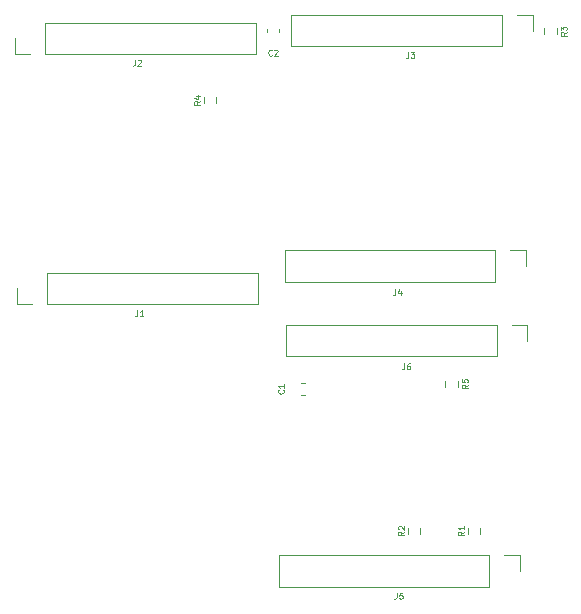
<source format=gbr>
%TF.GenerationSoftware,KiCad,Pcbnew,(5.1.10)-1*%
%TF.CreationDate,2022-11-26T16:24:08-06:00*%
%TF.ProjectId,perovskite_routing_board,7065726f-7673-46b6-9974-655f726f7574,A*%
%TF.SameCoordinates,Original*%
%TF.FileFunction,Legend,Top*%
%TF.FilePolarity,Positive*%
%FSLAX46Y46*%
G04 Gerber Fmt 4.6, Leading zero omitted, Abs format (unit mm)*
G04 Created by KiCad (PCBNEW (5.1.10)-1) date 2022-11-26 16:24:08*
%MOMM*%
%LPD*%
G01*
G04 APERTURE LIST*
%ADD10C,0.120000*%
%ADD11C,0.100000*%
G04 APERTURE END LIST*
D10*
%TO.C,C2*%
X145163000Y-78916920D02*
X145163000Y-79198080D01*
X144143000Y-78916920D02*
X144143000Y-79198080D01*
%TO.C,C1*%
X147052420Y-108900500D02*
X147333580Y-108900500D01*
X147052420Y-109920500D02*
X147333580Y-109920500D01*
%TO.C,R5*%
X160288500Y-109203258D02*
X160288500Y-108728742D01*
X159243500Y-109203258D02*
X159243500Y-108728742D01*
%TO.C,R4*%
X139841500Y-85200258D02*
X139841500Y-84725742D01*
X138796500Y-85200258D02*
X138796500Y-84725742D01*
%TO.C,R3*%
X168670500Y-79358258D02*
X168670500Y-78883742D01*
X167625500Y-79358258D02*
X167625500Y-78883742D01*
%TO.C,J5*%
X145126400Y-123485600D02*
X145126400Y-126145600D01*
X162966400Y-123485600D02*
X145126400Y-123485600D01*
X162966400Y-126145600D02*
X145126400Y-126145600D01*
X162966400Y-123485600D02*
X162966400Y-126145600D01*
X164236400Y-123485600D02*
X165566400Y-123485600D01*
X165566400Y-123485600D02*
X165566400Y-124815600D01*
%TO.C,J4*%
X166074400Y-97679200D02*
X166074400Y-99009200D01*
X164744400Y-97679200D02*
X166074400Y-97679200D01*
X163474400Y-97679200D02*
X163474400Y-100339200D01*
X163474400Y-100339200D02*
X145634400Y-100339200D01*
X163474400Y-97679200D02*
X145634400Y-97679200D01*
X145634400Y-97679200D02*
X145634400Y-100339200D01*
%TO.C,J2*%
X122774400Y-81060600D02*
X122774400Y-79730600D01*
X124104400Y-81060600D02*
X122774400Y-81060600D01*
X125374400Y-81060600D02*
X125374400Y-78400600D01*
X125374400Y-78400600D02*
X143214400Y-78400600D01*
X125374400Y-81060600D02*
X143214400Y-81060600D01*
X143214400Y-81060600D02*
X143214400Y-78400600D01*
%TO.C,J3*%
X146193200Y-77740200D02*
X146193200Y-80400200D01*
X164033200Y-77740200D02*
X146193200Y-77740200D01*
X164033200Y-80400200D02*
X146193200Y-80400200D01*
X164033200Y-77740200D02*
X164033200Y-80400200D01*
X165303200Y-77740200D02*
X166633200Y-77740200D01*
X166633200Y-77740200D02*
X166633200Y-79070200D01*
%TO.C,J6*%
X166201400Y-103978400D02*
X166201400Y-105308400D01*
X164871400Y-103978400D02*
X166201400Y-103978400D01*
X163601400Y-103978400D02*
X163601400Y-106638400D01*
X163601400Y-106638400D02*
X145761400Y-106638400D01*
X163601400Y-103978400D02*
X145761400Y-103978400D01*
X145761400Y-103978400D02*
X145761400Y-106638400D01*
%TO.C,J1*%
X122939500Y-102231500D02*
X122939500Y-100901500D01*
X124269500Y-102231500D02*
X122939500Y-102231500D01*
X125539500Y-102231500D02*
X125539500Y-99571500D01*
X125539500Y-99571500D02*
X143379500Y-99571500D01*
X125539500Y-102231500D02*
X143379500Y-102231500D01*
X143379500Y-102231500D02*
X143379500Y-99571500D01*
%TO.C,R1*%
X161148500Y-121174742D02*
X161148500Y-121649258D01*
X162193500Y-121174742D02*
X162193500Y-121649258D01*
%TO.C,R2*%
X156068500Y-121174742D02*
X156068500Y-121649258D01*
X157113500Y-121174742D02*
X157113500Y-121649258D01*
%TO.C,C2*%
D11*
X144569666Y-81141071D02*
X144545857Y-81164880D01*
X144474428Y-81188690D01*
X144426809Y-81188690D01*
X144355380Y-81164880D01*
X144307761Y-81117261D01*
X144283952Y-81069642D01*
X144260142Y-80974404D01*
X144260142Y-80902976D01*
X144283952Y-80807738D01*
X144307761Y-80760119D01*
X144355380Y-80712500D01*
X144426809Y-80688690D01*
X144474428Y-80688690D01*
X144545857Y-80712500D01*
X144569666Y-80736309D01*
X144760142Y-80736309D02*
X144783952Y-80712500D01*
X144831571Y-80688690D01*
X144950619Y-80688690D01*
X144998238Y-80712500D01*
X145022047Y-80736309D01*
X145045857Y-80783928D01*
X145045857Y-80831547D01*
X145022047Y-80902976D01*
X144736333Y-81188690D01*
X145045857Y-81188690D01*
%TO.C,C1*%
X145530071Y-109493833D02*
X145553880Y-109517642D01*
X145577690Y-109589071D01*
X145577690Y-109636690D01*
X145553880Y-109708119D01*
X145506261Y-109755738D01*
X145458642Y-109779547D01*
X145363404Y-109803357D01*
X145291976Y-109803357D01*
X145196738Y-109779547D01*
X145149119Y-109755738D01*
X145101500Y-109708119D01*
X145077690Y-109636690D01*
X145077690Y-109589071D01*
X145101500Y-109517642D01*
X145125309Y-109493833D01*
X145577690Y-109017642D02*
X145577690Y-109303357D01*
X145577690Y-109160500D02*
X145077690Y-109160500D01*
X145149119Y-109208119D01*
X145196738Y-109255738D01*
X145220547Y-109303357D01*
%TO.C,R5*%
X161135190Y-109049333D02*
X160897095Y-109216000D01*
X161135190Y-109335047D02*
X160635190Y-109335047D01*
X160635190Y-109144571D01*
X160659000Y-109096952D01*
X160682809Y-109073142D01*
X160730428Y-109049333D01*
X160801857Y-109049333D01*
X160849476Y-109073142D01*
X160873285Y-109096952D01*
X160897095Y-109144571D01*
X160897095Y-109335047D01*
X160635190Y-108596952D02*
X160635190Y-108835047D01*
X160873285Y-108858857D01*
X160849476Y-108835047D01*
X160825666Y-108787428D01*
X160825666Y-108668380D01*
X160849476Y-108620761D01*
X160873285Y-108596952D01*
X160920904Y-108573142D01*
X161039952Y-108573142D01*
X161087571Y-108596952D01*
X161111380Y-108620761D01*
X161135190Y-108668380D01*
X161135190Y-108787428D01*
X161111380Y-108835047D01*
X161087571Y-108858857D01*
%TO.C,R4*%
X138465690Y-85046333D02*
X138227595Y-85213000D01*
X138465690Y-85332047D02*
X137965690Y-85332047D01*
X137965690Y-85141571D01*
X137989500Y-85093952D01*
X138013309Y-85070142D01*
X138060928Y-85046333D01*
X138132357Y-85046333D01*
X138179976Y-85070142D01*
X138203785Y-85093952D01*
X138227595Y-85141571D01*
X138227595Y-85332047D01*
X138132357Y-84617761D02*
X138465690Y-84617761D01*
X137941880Y-84736809D02*
X138299023Y-84855857D01*
X138299023Y-84546333D01*
%TO.C,R3*%
X169517190Y-79204333D02*
X169279095Y-79371000D01*
X169517190Y-79490047D02*
X169017190Y-79490047D01*
X169017190Y-79299571D01*
X169041000Y-79251952D01*
X169064809Y-79228142D01*
X169112428Y-79204333D01*
X169183857Y-79204333D01*
X169231476Y-79228142D01*
X169255285Y-79251952D01*
X169279095Y-79299571D01*
X169279095Y-79490047D01*
X169017190Y-79037666D02*
X169017190Y-78728142D01*
X169207666Y-78894809D01*
X169207666Y-78823380D01*
X169231476Y-78775761D01*
X169255285Y-78751952D01*
X169302904Y-78728142D01*
X169421952Y-78728142D01*
X169469571Y-78751952D01*
X169493380Y-78775761D01*
X169517190Y-78823380D01*
X169517190Y-78966238D01*
X169493380Y-79013857D01*
X169469571Y-79037666D01*
%TO.C,J5*%
X155128933Y-126675390D02*
X155128933Y-127032533D01*
X155105123Y-127103961D01*
X155057504Y-127151580D01*
X154986076Y-127175390D01*
X154938457Y-127175390D01*
X155605123Y-126675390D02*
X155367028Y-126675390D01*
X155343219Y-126913485D01*
X155367028Y-126889676D01*
X155414647Y-126865866D01*
X155533695Y-126865866D01*
X155581314Y-126889676D01*
X155605123Y-126913485D01*
X155628933Y-126961104D01*
X155628933Y-127080152D01*
X155605123Y-127127771D01*
X155581314Y-127151580D01*
X155533695Y-127175390D01*
X155414647Y-127175390D01*
X155367028Y-127151580D01*
X155343219Y-127127771D01*
%TO.C,J4*%
X155027333Y-100945190D02*
X155027333Y-101302333D01*
X155003523Y-101373761D01*
X154955904Y-101421380D01*
X154884476Y-101445190D01*
X154836857Y-101445190D01*
X155479714Y-101111857D02*
X155479714Y-101445190D01*
X155360666Y-100921380D02*
X155241619Y-101278523D01*
X155551142Y-101278523D01*
%TO.C,J2*%
X132980133Y-81539590D02*
X132980133Y-81896733D01*
X132956323Y-81968161D01*
X132908704Y-82015780D01*
X132837276Y-82039590D01*
X132789657Y-82039590D01*
X133194419Y-81587209D02*
X133218228Y-81563400D01*
X133265847Y-81539590D01*
X133384895Y-81539590D01*
X133432514Y-81563400D01*
X133456323Y-81587209D01*
X133480133Y-81634828D01*
X133480133Y-81682447D01*
X133456323Y-81753876D01*
X133170609Y-82039590D01*
X133480133Y-82039590D01*
%TO.C,J3*%
X156119533Y-80879190D02*
X156119533Y-81236333D01*
X156095723Y-81307761D01*
X156048104Y-81355380D01*
X155976676Y-81379190D01*
X155929057Y-81379190D01*
X156310009Y-80879190D02*
X156619533Y-80879190D01*
X156452866Y-81069666D01*
X156524295Y-81069666D01*
X156571914Y-81093476D01*
X156595723Y-81117285D01*
X156619533Y-81164904D01*
X156619533Y-81283952D01*
X156595723Y-81331571D01*
X156571914Y-81355380D01*
X156524295Y-81379190D01*
X156381438Y-81379190D01*
X156333819Y-81355380D01*
X156310009Y-81331571D01*
%TO.C,J6*%
X155789333Y-107244390D02*
X155789333Y-107601533D01*
X155765523Y-107672961D01*
X155717904Y-107720580D01*
X155646476Y-107744390D01*
X155598857Y-107744390D01*
X156241714Y-107244390D02*
X156146476Y-107244390D01*
X156098857Y-107268200D01*
X156075047Y-107292009D01*
X156027428Y-107363438D01*
X156003619Y-107458676D01*
X156003619Y-107649152D01*
X156027428Y-107696771D01*
X156051238Y-107720580D01*
X156098857Y-107744390D01*
X156194095Y-107744390D01*
X156241714Y-107720580D01*
X156265523Y-107696771D01*
X156289333Y-107649152D01*
X156289333Y-107530104D01*
X156265523Y-107482485D01*
X156241714Y-107458676D01*
X156194095Y-107434866D01*
X156098857Y-107434866D01*
X156051238Y-107458676D01*
X156027428Y-107482485D01*
X156003619Y-107530104D01*
%TO.C,J1*%
X133183333Y-102723190D02*
X133183333Y-103080333D01*
X133159523Y-103151761D01*
X133111904Y-103199380D01*
X133040476Y-103223190D01*
X132992857Y-103223190D01*
X133683333Y-103223190D02*
X133397619Y-103223190D01*
X133540476Y-103223190D02*
X133540476Y-102723190D01*
X133492857Y-102794619D01*
X133445238Y-102842238D01*
X133397619Y-102866047D01*
%TO.C,R1*%
X160817690Y-121495333D02*
X160579595Y-121662000D01*
X160817690Y-121781047D02*
X160317690Y-121781047D01*
X160317690Y-121590571D01*
X160341500Y-121542952D01*
X160365309Y-121519142D01*
X160412928Y-121495333D01*
X160484357Y-121495333D01*
X160531976Y-121519142D01*
X160555785Y-121542952D01*
X160579595Y-121590571D01*
X160579595Y-121781047D01*
X160817690Y-121019142D02*
X160817690Y-121304857D01*
X160817690Y-121162000D02*
X160317690Y-121162000D01*
X160389119Y-121209619D01*
X160436738Y-121257238D01*
X160460547Y-121304857D01*
%TO.C,R2*%
X155737690Y-121495333D02*
X155499595Y-121662000D01*
X155737690Y-121781047D02*
X155237690Y-121781047D01*
X155237690Y-121590571D01*
X155261500Y-121542952D01*
X155285309Y-121519142D01*
X155332928Y-121495333D01*
X155404357Y-121495333D01*
X155451976Y-121519142D01*
X155475785Y-121542952D01*
X155499595Y-121590571D01*
X155499595Y-121781047D01*
X155285309Y-121304857D02*
X155261500Y-121281047D01*
X155237690Y-121233428D01*
X155237690Y-121114380D01*
X155261500Y-121066761D01*
X155285309Y-121042952D01*
X155332928Y-121019142D01*
X155380547Y-121019142D01*
X155451976Y-121042952D01*
X155737690Y-121328666D01*
X155737690Y-121019142D01*
%TD*%
M02*

</source>
